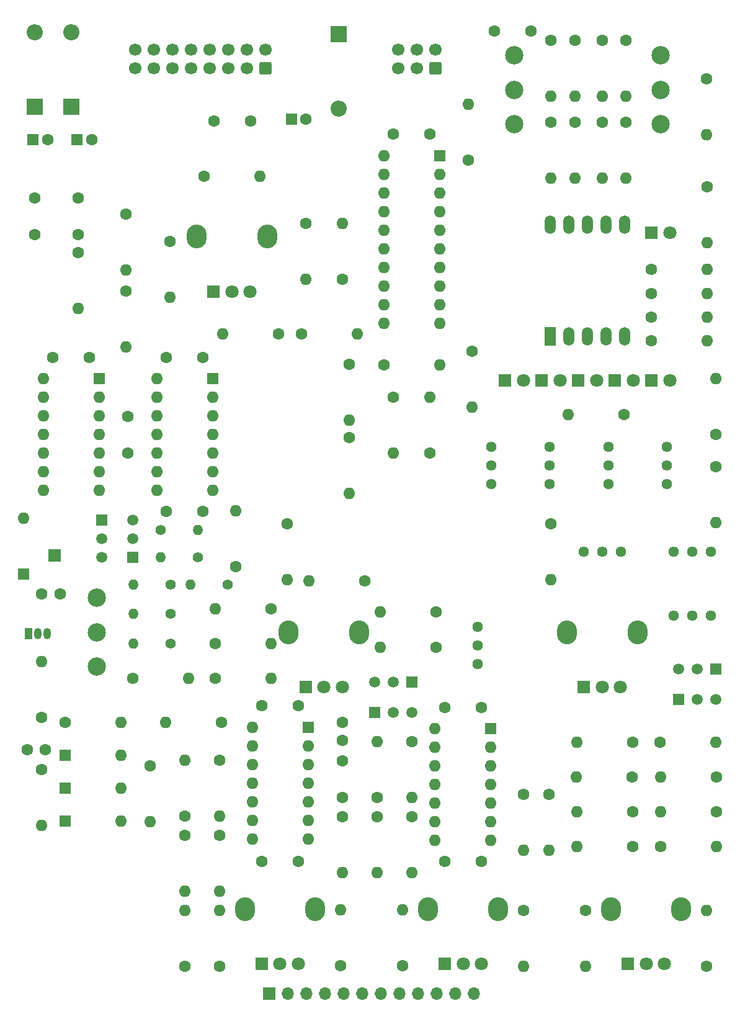
<source format=gts>
G04 #@! TF.GenerationSoftware,KiCad,Pcbnew,8.0.3*
G04 #@! TF.CreationDate,2024-09-16T17:24:24+02:00*
G04 #@! TF.ProjectId,DMH_VCO_40106_PCB,444d485f-5643-44f5-9f34-303130365f50,1*
G04 #@! TF.SameCoordinates,Original*
G04 #@! TF.FileFunction,Soldermask,Top*
G04 #@! TF.FilePolarity,Negative*
%FSLAX46Y46*%
G04 Gerber Fmt 4.6, Leading zero omitted, Abs format (unit mm)*
G04 Created by KiCad (PCBNEW 8.0.3) date 2024-09-16 17:24:24*
%MOMM*%
%LPD*%
G01*
G04 APERTURE LIST*
G04 Aperture macros list*
%AMRoundRect*
0 Rectangle with rounded corners*
0 $1 Rounding radius*
0 $2 $3 $4 $5 $6 $7 $8 $9 X,Y pos of 4 corners*
0 Add a 4 corners polygon primitive as box body*
4,1,4,$2,$3,$4,$5,$6,$7,$8,$9,$2,$3,0*
0 Add four circle primitives for the rounded corners*
1,1,$1+$1,$2,$3*
1,1,$1+$1,$4,$5*
1,1,$1+$1,$6,$7*
1,1,$1+$1,$8,$9*
0 Add four rect primitives between the rounded corners*
20,1,$1+$1,$2,$3,$4,$5,0*
20,1,$1+$1,$4,$5,$6,$7,0*
20,1,$1+$1,$6,$7,$8,$9,0*
20,1,$1+$1,$8,$9,$2,$3,0*%
G04 Aperture macros list end*
%ADD10R,1.800000X1.800000*%
%ADD11C,1.800000*%
%ADD12O,2.720000X3.240000*%
%ADD13C,1.440000*%
%ADD14C,2.500000*%
%ADD15R,1.524000X2.524000*%
%ADD16O,1.524000X2.524000*%
%ADD17R,1.700000X1.700000*%
%ADD18R,2.200000X2.200000*%
%ADD19O,2.200000X2.200000*%
%ADD20C,1.600000*%
%ADD21O,1.600000X1.600000*%
%ADD22R,1.600000X1.600000*%
%ADD23C,1.400000*%
%ADD24O,1.400000X1.400000*%
%ADD25RoundRect,0.250000X0.600000X-0.600000X0.600000X0.600000X-0.600000X0.600000X-0.600000X-0.600000X0*%
%ADD26C,1.700000*%
%ADD27R,1.500000X1.500000*%
%ADD28C,1.500000*%
%ADD29R,1.050000X1.500000*%
%ADD30O,1.050000X1.500000*%
%ADD31O,1.700000X1.700000*%
G04 APERTURE END LIST*
D10*
X133225000Y-111620000D03*
D11*
X135765000Y-111620000D03*
D12*
X82700000Y-183750000D03*
X92300000Y-183750000D03*
D10*
X85000000Y-191250000D03*
D11*
X87500000Y-191250000D03*
X90000000Y-191250000D03*
D13*
X124350000Y-120700000D03*
X124350000Y-123240000D03*
X124350000Y-125780000D03*
D12*
X126700000Y-145975000D03*
X136300000Y-145975000D03*
D10*
X129000000Y-153475000D03*
D11*
X131500000Y-153475000D03*
X134000000Y-153475000D03*
D14*
X119500000Y-76700000D03*
X119500000Y-72000000D03*
X119500000Y-67300000D03*
D12*
X107700000Y-183750000D03*
X117300000Y-183750000D03*
D10*
X110000000Y-191250000D03*
D11*
X112500000Y-191250000D03*
X115000000Y-191250000D03*
D10*
X118225000Y-111620000D03*
D11*
X120765000Y-111620000D03*
D10*
X123225000Y-111620000D03*
D11*
X125765000Y-111620000D03*
D13*
X132350000Y-120700000D03*
X132350000Y-123240000D03*
X132350000Y-125780000D03*
D10*
X138225000Y-91500000D03*
D11*
X140765000Y-91500000D03*
D13*
X140350000Y-120700000D03*
X140350000Y-123240000D03*
X140350000Y-125780000D03*
D10*
X138225000Y-111620000D03*
D11*
X140765000Y-111620000D03*
D15*
X124420000Y-105620000D03*
D16*
X126960000Y-105620000D03*
X129500000Y-105620000D03*
X132040000Y-105620000D03*
X134580000Y-105620000D03*
X134580000Y-90380000D03*
X132040000Y-90380000D03*
X129500000Y-90380000D03*
X126960000Y-90380000D03*
X124420000Y-90380000D03*
D14*
X62500000Y-150700000D03*
X62500000Y-146000000D03*
X62500000Y-141300000D03*
D10*
X128225000Y-111620000D03*
D11*
X130765000Y-111620000D03*
D14*
X139500000Y-76700000D03*
X139500000Y-72000000D03*
X139500000Y-67300000D03*
D12*
X88700000Y-145975000D03*
X98300000Y-145975000D03*
D10*
X91000000Y-153475000D03*
D11*
X93500000Y-153475000D03*
X96000000Y-153475000D03*
D17*
X56750000Y-135500000D03*
D12*
X132700000Y-183750000D03*
X142300000Y-183750000D03*
D10*
X135000000Y-191250000D03*
D11*
X137500000Y-191250000D03*
X140000000Y-191250000D03*
D12*
X76150000Y-92000000D03*
X85750000Y-92000000D03*
D10*
X78450000Y-99500000D03*
D11*
X80950000Y-99500000D03*
X83450000Y-99500000D03*
D13*
X116350000Y-120700000D03*
X116350000Y-123240000D03*
X116350000Y-125780000D03*
D18*
X54000000Y-74330000D03*
D19*
X54000000Y-64170000D03*
D20*
X96000000Y-97810000D03*
D21*
X96000000Y-90190000D03*
D20*
X138190000Y-103000000D03*
D21*
X145810000Y-103000000D03*
D22*
X109300000Y-81010000D03*
D21*
X109300000Y-83550000D03*
X109300000Y-86090000D03*
X109300000Y-88630000D03*
X109300000Y-91170000D03*
X109300000Y-93710000D03*
X109300000Y-96250000D03*
X109300000Y-98790000D03*
X109300000Y-101330000D03*
X109300000Y-103870000D03*
X101680000Y-103870000D03*
X101680000Y-101330000D03*
X101680000Y-98790000D03*
X101680000Y-96250000D03*
X101680000Y-93710000D03*
X101680000Y-91170000D03*
X101680000Y-88630000D03*
X101680000Y-86090000D03*
X101680000Y-83550000D03*
X101680000Y-81010000D03*
D20*
X103000000Y-113880000D03*
D21*
X103000000Y-121500000D03*
D22*
X53794888Y-78750000D03*
D20*
X55794888Y-78750000D03*
X120750000Y-183940000D03*
D21*
X120750000Y-191560000D03*
D20*
X134750000Y-65190000D03*
D21*
X134750000Y-72810000D03*
D22*
X91370000Y-158960000D03*
D21*
X91370000Y-161500000D03*
X91370000Y-164040000D03*
X91370000Y-166580000D03*
X91370000Y-169120000D03*
X91370000Y-171660000D03*
X91370000Y-174200000D03*
X83750000Y-174200000D03*
X83750000Y-171660000D03*
X83750000Y-169120000D03*
X83750000Y-166580000D03*
X83750000Y-164040000D03*
X83750000Y-161500000D03*
X83750000Y-158960000D03*
D23*
X72540000Y-143500000D03*
D24*
X67460000Y-143500000D03*
D25*
X85500000Y-69040000D03*
D26*
X85500000Y-66500000D03*
X82960000Y-69040000D03*
X82960000Y-66500000D03*
X80420000Y-69040000D03*
X80420000Y-66500000D03*
X77880000Y-69040000D03*
X77880000Y-66500000D03*
X75340000Y-69040000D03*
X75340000Y-66500000D03*
X72800000Y-69040000D03*
X72800000Y-66500000D03*
X70260000Y-69040000D03*
X70260000Y-66500000D03*
X67720000Y-69040000D03*
X67720000Y-66500000D03*
D20*
X58190000Y-158250000D03*
D21*
X65810000Y-158250000D03*
D20*
X116750000Y-64000000D03*
X121750000Y-64000000D03*
D22*
X78300000Y-111375000D03*
D21*
X78300000Y-113915000D03*
X78300000Y-116455000D03*
X78300000Y-118995000D03*
X78300000Y-121535000D03*
X78300000Y-124075000D03*
X78300000Y-126615000D03*
X70680000Y-126615000D03*
X70680000Y-124075000D03*
X70680000Y-121535000D03*
X70680000Y-118995000D03*
X70680000Y-116455000D03*
X70680000Y-113915000D03*
X70680000Y-111375000D03*
D20*
X87310000Y-105250000D03*
D21*
X79690000Y-105250000D03*
D20*
X147060000Y-165750000D03*
D21*
X139440000Y-165750000D03*
D20*
X77000000Y-129500000D03*
X72000000Y-129500000D03*
X108000000Y-121560000D03*
D21*
X108000000Y-113940000D03*
D20*
X99060000Y-139000000D03*
D21*
X91440000Y-139000000D03*
D20*
X147000000Y-123380000D03*
D21*
X147000000Y-131000000D03*
D20*
X124500000Y-65190000D03*
D21*
X124500000Y-72810000D03*
D20*
X60000000Y-94190000D03*
D21*
X60000000Y-101810000D03*
D20*
X54000000Y-91750000D03*
X54000000Y-86750000D03*
X139380000Y-161000000D03*
D21*
X147000000Y-161000000D03*
D20*
X66500000Y-99440000D03*
D21*
X66500000Y-107060000D03*
D20*
X120750000Y-168130000D03*
D21*
X120750000Y-175750000D03*
D27*
X63140000Y-130670000D03*
D28*
X63140000Y-133210000D03*
X63140000Y-135750000D03*
D22*
X89044888Y-76000000D03*
D20*
X91044888Y-76000000D03*
X124500000Y-76440000D03*
D21*
X124500000Y-84060000D03*
D20*
X131500000Y-65190000D03*
D21*
X131500000Y-72810000D03*
D20*
X77190000Y-83750000D03*
D21*
X84810000Y-83750000D03*
D20*
X127750000Y-65190000D03*
D21*
X127750000Y-72810000D03*
D20*
X96000000Y-160750000D03*
X96000000Y-158250000D03*
X127750000Y-76440000D03*
D21*
X127750000Y-84060000D03*
D20*
X91000000Y-90190000D03*
D21*
X91000000Y-97810000D03*
D20*
X108810000Y-143250000D03*
D21*
X101190000Y-143250000D03*
D20*
X138190000Y-96500000D03*
D21*
X145810000Y-96500000D03*
D23*
X72540000Y-147500000D03*
D24*
X67460000Y-147500000D03*
D20*
X138190000Y-106250000D03*
D21*
X145810000Y-106250000D03*
D20*
X90440000Y-105250000D03*
D21*
X98060000Y-105250000D03*
D20*
X124500000Y-131190000D03*
D21*
X124500000Y-138810000D03*
D20*
X138190000Y-99750000D03*
D21*
X145810000Y-99750000D03*
D20*
X86310000Y-142750000D03*
D21*
X78690000Y-142750000D03*
D27*
X141960000Y-155140000D03*
D28*
X144500000Y-155140000D03*
X147040000Y-155140000D03*
D13*
X114500000Y-150290000D03*
X114500000Y-147750000D03*
X114500000Y-145210000D03*
D20*
X96000000Y-163500000D03*
X96000000Y-168500000D03*
X53000000Y-162000000D03*
X55500000Y-162000000D03*
X79560000Y-158250000D03*
D21*
X71940000Y-158250000D03*
D20*
X100750000Y-171190000D03*
D21*
X100750000Y-178810000D03*
D20*
X96000000Y-171190000D03*
D21*
X96000000Y-178810000D03*
D20*
X66500000Y-88940000D03*
D21*
X66500000Y-96560000D03*
D20*
X69750000Y-164190000D03*
D21*
X69750000Y-171810000D03*
D20*
X74500000Y-191560000D03*
D21*
X74500000Y-183940000D03*
D13*
X128950000Y-135000000D03*
X131490000Y-135000000D03*
X134030000Y-135000000D03*
D20*
X113250000Y-81560000D03*
D21*
X113250000Y-73940000D03*
D20*
X74500000Y-173690000D03*
D21*
X74500000Y-181310000D03*
D20*
X134750000Y-76440000D03*
D21*
X134750000Y-84060000D03*
D20*
X55000000Y-140750000D03*
X57500000Y-140750000D03*
X66750000Y-121500000D03*
X66750000Y-116500000D03*
X104250000Y-191500000D03*
D21*
X104250000Y-183880000D03*
D20*
X79250000Y-173690000D03*
D21*
X79250000Y-181310000D03*
D20*
X145800000Y-85180000D03*
D21*
X145800000Y-92800000D03*
D27*
X105500000Y-152750000D03*
D28*
X102960000Y-152750000D03*
X100420000Y-152750000D03*
D20*
X79250000Y-191560000D03*
D21*
X79250000Y-183940000D03*
D22*
X62800000Y-111375000D03*
D21*
X62800000Y-113915000D03*
X62800000Y-116455000D03*
X62800000Y-118995000D03*
X62800000Y-121535000D03*
X62800000Y-124075000D03*
X62800000Y-126615000D03*
X55180000Y-126615000D03*
X55180000Y-124075000D03*
X55180000Y-121535000D03*
X55180000Y-118995000D03*
X55180000Y-116455000D03*
X55180000Y-113915000D03*
X55180000Y-111375000D03*
D23*
X80400000Y-139500000D03*
D24*
X75320000Y-139500000D03*
D20*
X72500000Y-92690000D03*
D21*
X72500000Y-100310000D03*
D22*
X58190000Y-167250000D03*
D21*
X65810000Y-167250000D03*
D20*
X134500000Y-116250000D03*
D21*
X126880000Y-116250000D03*
D20*
X147000000Y-119000000D03*
D21*
X147000000Y-111380000D03*
D20*
X145750000Y-191560000D03*
D21*
X145750000Y-183940000D03*
D27*
X67390000Y-135790000D03*
D28*
X67390000Y-133250000D03*
X67390000Y-130710000D03*
D20*
X101690000Y-109500000D03*
D21*
X109310000Y-109500000D03*
D20*
X115000000Y-156250000D03*
X110000000Y-156250000D03*
X60000000Y-91750000D03*
X60000000Y-86750000D03*
D22*
X58190000Y-171750000D03*
D21*
X65810000Y-171750000D03*
D20*
X100750000Y-168560000D03*
D21*
X100750000Y-160940000D03*
D27*
X147040000Y-151000000D03*
D28*
X144500000Y-151000000D03*
X141960000Y-151000000D03*
D20*
X135620000Y-170500000D03*
D21*
X128000000Y-170500000D03*
D20*
X108810000Y-148000000D03*
D21*
X101190000Y-148000000D03*
D22*
X116300000Y-159125000D03*
D21*
X116300000Y-161665000D03*
X116300000Y-164205000D03*
X116300000Y-166745000D03*
X116300000Y-169285000D03*
X116300000Y-171825000D03*
X116300000Y-174365000D03*
X108680000Y-174365000D03*
X108680000Y-171825000D03*
X108680000Y-169285000D03*
X108680000Y-166745000D03*
X108680000Y-164205000D03*
X108680000Y-161665000D03*
X108680000Y-159125000D03*
D20*
X78690000Y-147500000D03*
D21*
X86310000Y-147500000D03*
D20*
X129250000Y-183940000D03*
D21*
X129250000Y-191560000D03*
D20*
X95750000Y-191500000D03*
D21*
X95750000Y-183880000D03*
D20*
X145750000Y-70440000D03*
D21*
X145750000Y-78060000D03*
D22*
X59794888Y-78750000D03*
D20*
X61794888Y-78750000D03*
D23*
X72540000Y-139500000D03*
D24*
X67460000Y-139500000D03*
D20*
X147120000Y-170500000D03*
D21*
X139500000Y-170500000D03*
D20*
X108000000Y-78000000D03*
X103000000Y-78000000D03*
X105500000Y-171190000D03*
D21*
X105500000Y-178810000D03*
D23*
X76330000Y-135750000D03*
D24*
X71250000Y-135750000D03*
D18*
X95500000Y-64420000D03*
D19*
X95500000Y-74580000D03*
D20*
X56500000Y-108500000D03*
X61500000Y-108500000D03*
D25*
X108750000Y-69000000D03*
D26*
X108750000Y-66460000D03*
X106210000Y-69000000D03*
X106210000Y-66460000D03*
X103670000Y-69000000D03*
X103670000Y-66460000D03*
D20*
X55000000Y-157620000D03*
D21*
X55000000Y-150000000D03*
D20*
X77000000Y-108500000D03*
X72000000Y-108500000D03*
X90000000Y-177250000D03*
X85000000Y-177250000D03*
X55000000Y-164690000D03*
D21*
X55000000Y-172310000D03*
D22*
X58190000Y-162750000D03*
D21*
X65810000Y-162750000D03*
D20*
X115000000Y-177250000D03*
X110000000Y-177250000D03*
D23*
X71210000Y-132000000D03*
D24*
X76290000Y-132000000D03*
D20*
X113750000Y-107630000D03*
D21*
X113750000Y-115250000D03*
D20*
X135620000Y-175250000D03*
D21*
X128000000Y-175250000D03*
D20*
X97000000Y-119380000D03*
D21*
X97000000Y-127000000D03*
D20*
X78690000Y-152250000D03*
D21*
X86310000Y-152250000D03*
D13*
X146290000Y-143750000D03*
X143750000Y-143750000D03*
X141210000Y-143750000D03*
D20*
X67440000Y-152250000D03*
D21*
X75060000Y-152250000D03*
D13*
X146290000Y-135000000D03*
X143750000Y-135000000D03*
X141210000Y-135000000D03*
D20*
X124250000Y-168130000D03*
D21*
X124250000Y-175750000D03*
D20*
X81500000Y-137060000D03*
D21*
X81500000Y-129440000D03*
D29*
X53230000Y-146140000D03*
D30*
X54500000Y-146140000D03*
X55770000Y-146140000D03*
D20*
X79250000Y-163440000D03*
D21*
X79250000Y-171060000D03*
D20*
X88500000Y-131190000D03*
D21*
X88500000Y-138810000D03*
D20*
X131500000Y-76440000D03*
D21*
X131500000Y-84060000D03*
D18*
X59000000Y-74330000D03*
D19*
X59000000Y-64170000D03*
D20*
X90000000Y-156000000D03*
X85000000Y-156000000D03*
X83500000Y-76250000D03*
X78500000Y-76250000D03*
X105500000Y-160940000D03*
D21*
X105500000Y-168560000D03*
D22*
X52500000Y-138060000D03*
D21*
X52500000Y-130440000D03*
D20*
X139440000Y-175250000D03*
D21*
X147060000Y-175250000D03*
D20*
X97000000Y-109440000D03*
D21*
X97000000Y-117060000D03*
D17*
X86010000Y-195250000D03*
D31*
X88550000Y-195250000D03*
X91090000Y-195250000D03*
X93630000Y-195250000D03*
X96170000Y-195250000D03*
X98710000Y-195250000D03*
X101250000Y-195250000D03*
X103790000Y-195250000D03*
X106330000Y-195250000D03*
X108870000Y-195250000D03*
X111410000Y-195250000D03*
X113950000Y-195250000D03*
D20*
X74500000Y-171060000D03*
D21*
X74500000Y-163440000D03*
D27*
X100460000Y-156890000D03*
D28*
X103000000Y-156890000D03*
X105540000Y-156890000D03*
D20*
X135560000Y-165750000D03*
D21*
X127940000Y-165750000D03*
D20*
X135680000Y-161000000D03*
D21*
X128060000Y-161000000D03*
M02*

</source>
